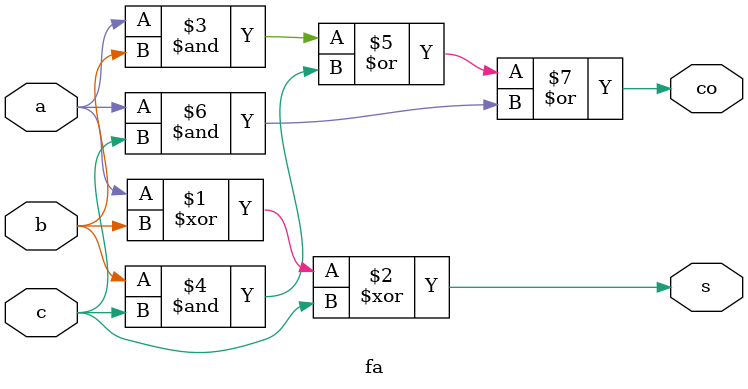
<source format=v>
module top_module (
    input [3:0] x,
    input [3:0] y, 
    output [4:0] sum);
    
    wire [4:0] carry;
    assign carry[0] = 0 ;
    assign sum[0] = x[0] ^ y[0] ^ carry [0] ;
    assign carry[1] = x[0]& y[0] | y[0]&carry[0] | carry[0]& x[0];

    genvar i;
    generate
        for(i = 1; i < 4; i = i + 1) begin: adder_block
            fa u (
                .a (x[i]),
                .b (y[i]),
                .c (carry[i]),
                .s (sum[i]),
                .co(carry[i+1])
            );
            assign sum[4] = carry[4];
        end
    endgenerate      
endmodule

module fa(input a, b, c, output s, co);
    assign s  = a ^ b ^ c;
    assign co = (a & b) | (b & c) | (a & c);
endmodule
// This circuit is a 4-bit ripple-carry adder with carry-out.
	//  assign sum = x+y;	// Verilog addition automatically produces the carry-out bit.

	// Verilog quirk: Even though the value of (x+y) includes the carry-out, (x+y) is still considered to be a 4-bit number (The max width of the two operands).
	// This is correct:
	// assign sum = (x+y);
	// But this is incorrect:
	// assign sum = {x+y};	// Concatenation operator: This discards the carry-out


</source>
